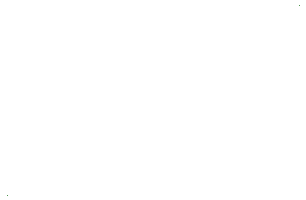
<source format=gto>
G75*
G70*
%OFA0B0*%
%FSLAX24Y24*%
%IPPOS*%
%LPD*%
%AMOC8*
5,1,8,0,0,1.08239X$1,22.5*
%
%ADD10C,0.0000*%
D10*
X000346Y005950D02*
X000346Y005951D01*
X010057Y012301D02*
X010061Y012301D01*
M02*

</source>
